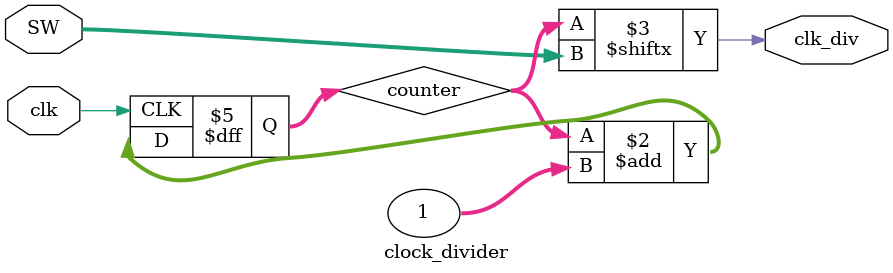
<source format=v>
`timescale 1ns / 1ps


module clock_divider(
    input wire clk,
    input wire [4:0] SW,
    output wire clk_div
    );

    reg [31:0] counter = 0;

    always @(posedge clk)
        counter <= counter + 1;

    assign clk_div = counter[SW];
endmodule

</source>
